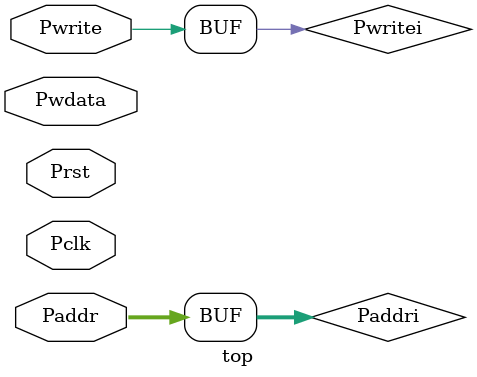
<source format=v>
`include "Master.v"
`include "MUX.v"
`include "slave1.v"
`include "slave2.v"

module top(Pclk, Prst, Paddr, Pwdata,Pwrite);

input [15:0] Pwdata;
input Pclk;
input Prst;
input [2:0] Paddr; 
input Pwrite;

wire [15:0]s1m,s2m;
wire [15:0]Prdata2;
wire [15:0]Prdata1;
wire [1:0]stt;
wire [15:0]Prdata;
wire Psel1,Psel2;
wire Pselx,Pready,Penable,Pwrite;
wire [2:0]Paddro;
wire [2:0]Paddri;
wire Pwritei;
assign Pwritei=Pwrite;
assign Paddri=Paddr;

wire [15:0] Pwdata;
wire [2:0]Paddr;

wire Pready1,Pready2;


Master d1(
        .Pclk(Pclk), 
        .Prst(Prst), 
        .Paddri(Paddri),
        .Paddro(Paddro),
        .Pselx(Pselx),
        .Pwritei(Pwritei),
        .Pwriteo(Pwriteo), 
        .Pwdata(Pwdata), 
        .Pready(Pready),
        .stt(stt), 
        .Prdata(Prdata),
        .Penable(Penable)// Ensure Prdata is of correct size
    );




slave1 d2(
        .Pready1(Pready1), 
        .Psel1(Psel1), 
        .Pclk(Pclk), 
        .Paddr(Paddr), 
        .Prst(Prst), 
        .Penable(Penable), 
        .Pwrite(Pwrite), 
        .Pwdata(Pwdata), 
        .Prdata1(Prdata1),
        .s1m(s1m)
        
    );


slave2 d3(
        .Prdata2(Prdata2), 
        .Pready2(Pready2), 
        .Psel2(Psel2), 
        .Pclk(Pclk), 
        .Paddr(Paddr), 
        .Prst(Prst), 
        .Penable(Penable), 
        .Pwrite(Pwrite), 
        .Pwdata(Pwdata),
        .s2m(s2m)
    );
mux d4(.Paddr(Paddr),
.Pselx(Pselx),
.Psel1(Psel1),
.Psel2(Psel2),
.Pready(Pready),
.Pready1(Pready1),
.Pready2(Pready2),
.Prdata(Prdata),
.Prdata1(Prdata1),
.Prdata2(Prdata2)

);
endmodule








</source>
